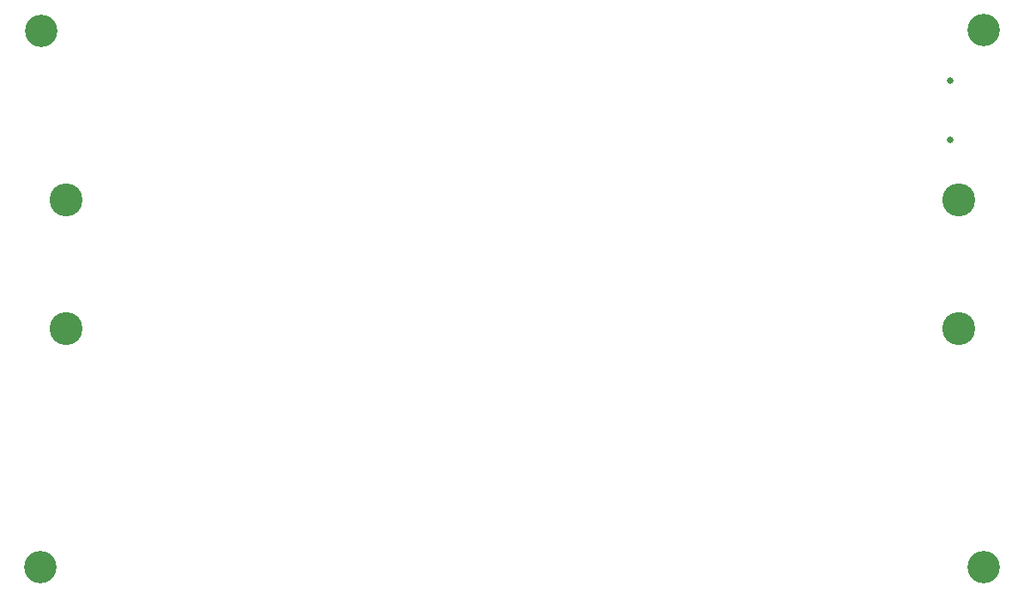
<source format=gbr>
%TF.GenerationSoftware,KiCad,Pcbnew,8.0.7-8.0.7-0~ubuntu22.04.1*%
%TF.CreationDate,2024-12-29T23:45:11+00:00*%
%TF.ProjectId,mini_module_template,6d696e69-5f6d-46f6-9475-6c655f74656d,rev?*%
%TF.SameCoordinates,Original*%
%TF.FileFunction,NonPlated,1,4,NPTH,Drill*%
%TF.FilePolarity,Positive*%
%FSLAX46Y46*%
G04 Gerber Fmt 4.6, Leading zero omitted, Abs format (unit mm)*
G04 Created by KiCad (PCBNEW 8.0.7-8.0.7-0~ubuntu22.04.1) date 2024-12-29 23:45:11*
%MOMM*%
%LPD*%
G01*
G04 APERTURE LIST*
%TA.AperFunction,ComponentDrill*%
%ADD10C,0.650000*%
%TD*%
%TA.AperFunction,ComponentDrill*%
%ADD11C,3.200000*%
%TD*%
%TA.AperFunction,ComponentDrill*%
%ADD12C,3.250000*%
%TD*%
G04 APERTURE END LIST*
D10*
%TO.C,J4*%
X173230000Y-68510000D03*
X173230000Y-74290000D03*
D11*
%TO.C,H2*%
X83470000Y-116520000D03*
%TO.C,H4*%
X83520000Y-63520000D03*
%TO.C,H1*%
X176470000Y-116520000D03*
%TO.C,H3*%
X176500000Y-63500000D03*
D12*
%TO.C,J8*%
X85979999Y-80206000D03*
X85979999Y-92906000D03*
%TO.C,J7*%
X174000000Y-80260000D03*
X174000000Y-92960000D03*
M02*

</source>
